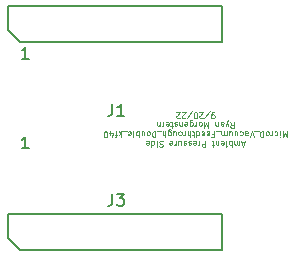
<source format=gto>
G04 #@! TF.GenerationSoftware,KiCad,Pcbnew,(6.0.5)*
G04 #@! TF.CreationDate,2022-09-27T11:09:55-06:00*
G04 #@! TF.ProjectId,Double_MicroD_25_Gateway,446f7562-6c65-45f4-9d69-63726f445f32,rev?*
G04 #@! TF.SameCoordinates,Original*
G04 #@! TF.FileFunction,Legend,Top*
G04 #@! TF.FilePolarity,Positive*
%FSLAX46Y46*%
G04 Gerber Fmt 4.6, Leading zero omitted, Abs format (unit mm)*
G04 Created by KiCad (PCBNEW (6.0.5)) date 2022-09-27 11:09:55*
%MOMM*%
%LPD*%
G01*
G04 APERTURE LIST*
%ADD10C,0.125000*%
%ADD11C,0.150000*%
%ADD12C,1.600000*%
%ADD13O,0.920000X0.920000*%
%ADD14C,2.800000*%
G04 APERTURE END LIST*
D10*
X10978571Y-1204166D02*
X10740476Y-1204166D01*
X11026190Y-1061309D02*
X10859523Y-1561309D01*
X10692857Y-1061309D01*
X10526190Y-1061309D02*
X10526190Y-1394642D01*
X10526190Y-1347023D02*
X10502380Y-1370833D01*
X10454761Y-1394642D01*
X10383333Y-1394642D01*
X10335714Y-1370833D01*
X10311904Y-1323214D01*
X10311904Y-1061309D01*
X10311904Y-1323214D02*
X10288095Y-1370833D01*
X10240476Y-1394642D01*
X10169047Y-1394642D01*
X10121428Y-1370833D01*
X10097619Y-1323214D01*
X10097619Y-1061309D01*
X9859523Y-1061309D02*
X9859523Y-1561309D01*
X9859523Y-1370833D02*
X9811904Y-1394642D01*
X9716666Y-1394642D01*
X9669047Y-1370833D01*
X9645238Y-1347023D01*
X9621428Y-1299404D01*
X9621428Y-1156547D01*
X9645238Y-1108928D01*
X9669047Y-1085119D01*
X9716666Y-1061309D01*
X9811904Y-1061309D01*
X9859523Y-1085119D01*
X9407142Y-1061309D02*
X9407142Y-1394642D01*
X9407142Y-1561309D02*
X9430952Y-1537500D01*
X9407142Y-1513690D01*
X9383333Y-1537500D01*
X9407142Y-1561309D01*
X9407142Y-1513690D01*
X8978571Y-1085119D02*
X9026190Y-1061309D01*
X9121428Y-1061309D01*
X9169047Y-1085119D01*
X9192857Y-1132738D01*
X9192857Y-1323214D01*
X9169047Y-1370833D01*
X9121428Y-1394642D01*
X9026190Y-1394642D01*
X8978571Y-1370833D01*
X8954761Y-1323214D01*
X8954761Y-1275595D01*
X9192857Y-1227976D01*
X8740476Y-1394642D02*
X8740476Y-1061309D01*
X8740476Y-1347023D02*
X8716666Y-1370833D01*
X8669047Y-1394642D01*
X8597619Y-1394642D01*
X8550000Y-1370833D01*
X8526190Y-1323214D01*
X8526190Y-1061309D01*
X8359523Y-1394642D02*
X8169047Y-1394642D01*
X8288095Y-1561309D02*
X8288095Y-1132738D01*
X8264285Y-1085119D01*
X8216666Y-1061309D01*
X8169047Y-1061309D01*
X7621428Y-1061309D02*
X7621428Y-1561309D01*
X7430952Y-1561309D01*
X7383333Y-1537500D01*
X7359523Y-1513690D01*
X7335714Y-1466071D01*
X7335714Y-1394642D01*
X7359523Y-1347023D01*
X7383333Y-1323214D01*
X7430952Y-1299404D01*
X7621428Y-1299404D01*
X7121428Y-1061309D02*
X7121428Y-1394642D01*
X7121428Y-1299404D02*
X7097619Y-1347023D01*
X7073809Y-1370833D01*
X7026190Y-1394642D01*
X6978571Y-1394642D01*
X6621428Y-1085119D02*
X6669047Y-1061309D01*
X6764285Y-1061309D01*
X6811904Y-1085119D01*
X6835714Y-1132738D01*
X6835714Y-1323214D01*
X6811904Y-1370833D01*
X6764285Y-1394642D01*
X6669047Y-1394642D01*
X6621428Y-1370833D01*
X6597619Y-1323214D01*
X6597619Y-1275595D01*
X6835714Y-1227976D01*
X6407142Y-1085119D02*
X6359523Y-1061309D01*
X6264285Y-1061309D01*
X6216666Y-1085119D01*
X6192857Y-1132738D01*
X6192857Y-1156547D01*
X6216666Y-1204166D01*
X6264285Y-1227976D01*
X6335714Y-1227976D01*
X6383333Y-1251785D01*
X6407142Y-1299404D01*
X6407142Y-1323214D01*
X6383333Y-1370833D01*
X6335714Y-1394642D01*
X6264285Y-1394642D01*
X6216666Y-1370833D01*
X6002380Y-1085119D02*
X5954761Y-1061309D01*
X5859523Y-1061309D01*
X5811904Y-1085119D01*
X5788095Y-1132738D01*
X5788095Y-1156547D01*
X5811904Y-1204166D01*
X5859523Y-1227976D01*
X5930952Y-1227976D01*
X5978571Y-1251785D01*
X6002380Y-1299404D01*
X6002380Y-1323214D01*
X5978571Y-1370833D01*
X5930952Y-1394642D01*
X5859523Y-1394642D01*
X5811904Y-1370833D01*
X5359523Y-1394642D02*
X5359523Y-1061309D01*
X5573809Y-1394642D02*
X5573809Y-1132738D01*
X5549999Y-1085119D01*
X5502380Y-1061309D01*
X5430952Y-1061309D01*
X5383333Y-1085119D01*
X5359523Y-1108928D01*
X5121428Y-1061309D02*
X5121428Y-1394642D01*
X5121428Y-1299404D02*
X5097619Y-1347023D01*
X5073809Y-1370833D01*
X5026190Y-1394642D01*
X4978571Y-1394642D01*
X4621428Y-1085119D02*
X4669047Y-1061309D01*
X4764285Y-1061309D01*
X4811904Y-1085119D01*
X4835714Y-1132738D01*
X4835714Y-1323214D01*
X4811904Y-1370833D01*
X4764285Y-1394642D01*
X4669047Y-1394642D01*
X4621428Y-1370833D01*
X4597619Y-1323214D01*
X4597619Y-1275595D01*
X4835714Y-1227976D01*
X4026190Y-1085119D02*
X3954761Y-1061309D01*
X3835714Y-1061309D01*
X3788095Y-1085119D01*
X3764285Y-1108928D01*
X3740476Y-1156547D01*
X3740476Y-1204166D01*
X3764285Y-1251785D01*
X3788095Y-1275595D01*
X3835714Y-1299404D01*
X3930952Y-1323214D01*
X3978571Y-1347023D01*
X4002380Y-1370833D01*
X4026190Y-1418452D01*
X4026190Y-1466071D01*
X4002380Y-1513690D01*
X3978571Y-1537499D01*
X3930952Y-1561309D01*
X3811904Y-1561309D01*
X3740476Y-1537499D01*
X3526190Y-1061309D02*
X3526190Y-1394642D01*
X3526190Y-1561309D02*
X3550000Y-1537499D01*
X3526190Y-1513690D01*
X3502380Y-1537499D01*
X3526190Y-1561309D01*
X3526190Y-1513690D01*
X3073809Y-1061309D02*
X3073809Y-1561309D01*
X3073809Y-1085119D02*
X3121428Y-1061309D01*
X3216666Y-1061309D01*
X3264285Y-1085119D01*
X3288095Y-1108928D01*
X3311904Y-1156547D01*
X3311904Y-1299404D01*
X3288095Y-1347023D01*
X3264285Y-1370833D01*
X3216666Y-1394642D01*
X3121428Y-1394642D01*
X3073809Y-1370833D01*
X2645238Y-1085119D02*
X2692857Y-1061309D01*
X2788095Y-1061309D01*
X2835714Y-1085119D01*
X2859523Y-1132738D01*
X2859523Y-1323214D01*
X2835714Y-1370833D01*
X2788095Y-1394642D01*
X2692857Y-1394642D01*
X2645238Y-1370833D01*
X2621428Y-1323214D01*
X2621428Y-1275595D01*
X2859523Y-1227976D01*
X14526190Y-256309D02*
X14526190Y-756309D01*
X14359523Y-399166D01*
X14192857Y-756309D01*
X14192857Y-256309D01*
X13954761Y-256309D02*
X13954761Y-589642D01*
X13954761Y-756309D02*
X13978571Y-732500D01*
X13954761Y-708690D01*
X13930952Y-732500D01*
X13954761Y-756309D01*
X13954761Y-708690D01*
X13502380Y-280119D02*
X13550000Y-256309D01*
X13645238Y-256309D01*
X13692857Y-280119D01*
X13716666Y-303928D01*
X13740476Y-351547D01*
X13740476Y-494404D01*
X13716666Y-542023D01*
X13692857Y-565833D01*
X13645238Y-589642D01*
X13550000Y-589642D01*
X13502380Y-565833D01*
X13288095Y-256309D02*
X13288095Y-589642D01*
X13288095Y-494404D02*
X13264285Y-542023D01*
X13240476Y-565833D01*
X13192857Y-589642D01*
X13145238Y-589642D01*
X12907142Y-256309D02*
X12954761Y-280119D01*
X12978571Y-303928D01*
X13002380Y-351547D01*
X13002380Y-494404D01*
X12978571Y-542023D01*
X12954761Y-565833D01*
X12907142Y-589642D01*
X12835714Y-589642D01*
X12788095Y-565833D01*
X12764285Y-542023D01*
X12740476Y-494404D01*
X12740476Y-351547D01*
X12764285Y-303928D01*
X12788095Y-280119D01*
X12835714Y-256309D01*
X12907142Y-256309D01*
X12526190Y-256309D02*
X12526190Y-756309D01*
X12407142Y-756309D01*
X12335714Y-732500D01*
X12288095Y-684880D01*
X12264285Y-637261D01*
X12240476Y-542023D01*
X12240476Y-470595D01*
X12264285Y-375357D01*
X12288095Y-327738D01*
X12335714Y-280119D01*
X12407142Y-256309D01*
X12526190Y-256309D01*
X12145238Y-208690D02*
X11764285Y-208690D01*
X11716666Y-756309D02*
X11550000Y-256309D01*
X11383333Y-756309D01*
X11002380Y-256309D02*
X11002380Y-518214D01*
X11026190Y-565833D01*
X11073809Y-589642D01*
X11169047Y-589642D01*
X11216666Y-565833D01*
X11002380Y-280119D02*
X11050000Y-256309D01*
X11169047Y-256309D01*
X11216666Y-280119D01*
X11240476Y-327738D01*
X11240476Y-375357D01*
X11216666Y-422976D01*
X11169047Y-446785D01*
X11050000Y-446785D01*
X11002380Y-470595D01*
X10550000Y-280119D02*
X10597619Y-256309D01*
X10692857Y-256309D01*
X10740476Y-280119D01*
X10764285Y-303928D01*
X10788095Y-351547D01*
X10788095Y-494404D01*
X10764285Y-542023D01*
X10740476Y-565833D01*
X10692857Y-589642D01*
X10597619Y-589642D01*
X10550000Y-565833D01*
X10121428Y-589642D02*
X10121428Y-256309D01*
X10335714Y-589642D02*
X10335714Y-327738D01*
X10311904Y-280119D01*
X10264285Y-256309D01*
X10192857Y-256309D01*
X10145238Y-280119D01*
X10121428Y-303928D01*
X9669047Y-589642D02*
X9669047Y-256309D01*
X9883333Y-589642D02*
X9883333Y-327738D01*
X9859523Y-280119D01*
X9811904Y-256309D01*
X9740476Y-256309D01*
X9692857Y-280119D01*
X9669047Y-303928D01*
X9430952Y-256309D02*
X9430952Y-589642D01*
X9430952Y-542023D02*
X9407142Y-565833D01*
X9359523Y-589642D01*
X9288095Y-589642D01*
X9240476Y-565833D01*
X9216666Y-518214D01*
X9216666Y-256309D01*
X9216666Y-518214D02*
X9192857Y-565833D01*
X9145238Y-589642D01*
X9073809Y-589642D01*
X9026190Y-565833D01*
X9002380Y-518214D01*
X9002380Y-256309D01*
X8883333Y-208690D02*
X8502380Y-208690D01*
X8216666Y-518214D02*
X8383333Y-518214D01*
X8383333Y-256309D02*
X8383333Y-756309D01*
X8145238Y-756309D01*
X7764285Y-280119D02*
X7811904Y-256309D01*
X7907142Y-256309D01*
X7954761Y-280119D01*
X7978571Y-327738D01*
X7978571Y-518214D01*
X7954761Y-565833D01*
X7907142Y-589642D01*
X7811904Y-589642D01*
X7764285Y-565833D01*
X7740476Y-518214D01*
X7740476Y-470595D01*
X7978571Y-422976D01*
X7335714Y-280119D02*
X7383333Y-256309D01*
X7478571Y-256309D01*
X7526190Y-280119D01*
X7550000Y-327738D01*
X7550000Y-518214D01*
X7526190Y-565833D01*
X7478571Y-589642D01*
X7383333Y-589642D01*
X7335714Y-565833D01*
X7311904Y-518214D01*
X7311904Y-470595D01*
X7550000Y-422976D01*
X6883333Y-256309D02*
X6883333Y-756309D01*
X6883333Y-280119D02*
X6930952Y-256309D01*
X7026190Y-256309D01*
X7073809Y-280119D01*
X7097619Y-303928D01*
X7121428Y-351547D01*
X7121428Y-494404D01*
X7097619Y-542023D01*
X7073809Y-565833D01*
X7026190Y-589642D01*
X6930952Y-589642D01*
X6883333Y-565833D01*
X6716666Y-589642D02*
X6526190Y-589642D01*
X6645238Y-756309D02*
X6645238Y-327738D01*
X6621428Y-280119D01*
X6573809Y-256309D01*
X6526190Y-256309D01*
X6359523Y-256309D02*
X6359523Y-756309D01*
X6145238Y-256309D02*
X6145238Y-518214D01*
X6169047Y-565833D01*
X6216666Y-589642D01*
X6288095Y-589642D01*
X6335714Y-565833D01*
X6359523Y-542023D01*
X5907142Y-256309D02*
X5907142Y-589642D01*
X5907142Y-494404D02*
X5883333Y-542023D01*
X5859523Y-565833D01*
X5811904Y-589642D01*
X5764285Y-589642D01*
X5526190Y-256309D02*
X5573809Y-280119D01*
X5597619Y-303928D01*
X5621428Y-351547D01*
X5621428Y-494404D01*
X5597619Y-542023D01*
X5573809Y-565833D01*
X5526190Y-589642D01*
X5454761Y-589642D01*
X5407142Y-565833D01*
X5383333Y-542023D01*
X5359523Y-494404D01*
X5359523Y-351547D01*
X5383333Y-303928D01*
X5407142Y-280119D01*
X5454761Y-256309D01*
X5526190Y-256309D01*
X4930952Y-589642D02*
X4930952Y-256309D01*
X5145238Y-589642D02*
X5145238Y-327738D01*
X5121428Y-280119D01*
X5073809Y-256309D01*
X5002380Y-256309D01*
X4954761Y-280119D01*
X4930952Y-303928D01*
X4478571Y-589642D02*
X4478571Y-184880D01*
X4502380Y-137261D01*
X4526190Y-113452D01*
X4573809Y-89642D01*
X4645238Y-89642D01*
X4692857Y-113452D01*
X4478571Y-280119D02*
X4526190Y-256309D01*
X4621428Y-256309D01*
X4669047Y-280119D01*
X4692857Y-303928D01*
X4716666Y-351547D01*
X4716666Y-494404D01*
X4692857Y-542023D01*
X4669047Y-565833D01*
X4621428Y-589642D01*
X4526190Y-589642D01*
X4478571Y-565833D01*
X4240476Y-256309D02*
X4240476Y-756309D01*
X4026190Y-256309D02*
X4026190Y-518214D01*
X4050000Y-565833D01*
X4097619Y-589642D01*
X4169047Y-589642D01*
X4216666Y-565833D01*
X4240476Y-542023D01*
X3907142Y-208690D02*
X3526190Y-208690D01*
X3407142Y-256309D02*
X3407142Y-756309D01*
X3288095Y-756309D01*
X3216666Y-732499D01*
X3169047Y-684880D01*
X3145238Y-637261D01*
X3121428Y-542023D01*
X3121428Y-470595D01*
X3145238Y-375357D01*
X3169047Y-327738D01*
X3216666Y-280119D01*
X3288095Y-256309D01*
X3407142Y-256309D01*
X2835714Y-256309D02*
X2883333Y-280119D01*
X2907142Y-303928D01*
X2930952Y-351547D01*
X2930952Y-494404D01*
X2907142Y-542023D01*
X2883333Y-565833D01*
X2835714Y-589642D01*
X2764285Y-589642D01*
X2716666Y-565833D01*
X2692857Y-542023D01*
X2669047Y-494404D01*
X2669047Y-351547D01*
X2692857Y-303928D01*
X2716666Y-280119D01*
X2764285Y-256309D01*
X2835714Y-256309D01*
X2240476Y-589642D02*
X2240476Y-256309D01*
X2454761Y-589642D02*
X2454761Y-327738D01*
X2430952Y-280119D01*
X2383333Y-256309D01*
X2311904Y-256309D01*
X2264285Y-280119D01*
X2240476Y-303928D01*
X2002380Y-256309D02*
X2002380Y-756309D01*
X2002380Y-565833D02*
X1954761Y-589642D01*
X1859523Y-589642D01*
X1811904Y-565833D01*
X1788095Y-542023D01*
X1764285Y-494404D01*
X1764285Y-351547D01*
X1788095Y-303928D01*
X1811904Y-280119D01*
X1859523Y-256309D01*
X1954761Y-256309D01*
X2002380Y-280119D01*
X1478571Y-256309D02*
X1526190Y-280119D01*
X1550000Y-327738D01*
X1550000Y-756309D01*
X1097619Y-280119D02*
X1145238Y-256309D01*
X1240476Y-256309D01*
X1288095Y-280119D01*
X1311904Y-327738D01*
X1311904Y-518214D01*
X1288095Y-565833D01*
X1240476Y-589642D01*
X1145238Y-589642D01*
X1097619Y-565833D01*
X1073809Y-518214D01*
X1073809Y-470595D01*
X1311904Y-422976D01*
X978571Y-208690D02*
X597619Y-208690D01*
X478571Y-256309D02*
X478571Y-756309D01*
X430952Y-446785D02*
X288095Y-256309D01*
X288095Y-589642D02*
X478571Y-399166D01*
X145238Y-589642D02*
X-45238Y-589642D01*
X73809Y-256309D02*
X73809Y-684880D01*
X50000Y-732499D01*
X2380Y-756309D01*
X-45238Y-756309D01*
X-426190Y-589642D02*
X-426190Y-256309D01*
X-307142Y-780119D02*
X-188095Y-422976D01*
X-497619Y-422976D01*
X-783333Y-756309D02*
X-830952Y-756309D01*
X-878571Y-732499D01*
X-902380Y-708690D01*
X-926190Y-661071D01*
X-949999Y-565833D01*
X-949999Y-446785D01*
X-926190Y-351547D01*
X-902380Y-303928D01*
X-878571Y-280119D01*
X-830952Y-256309D01*
X-783333Y-256309D01*
X-735714Y-280119D01*
X-711904Y-303928D01*
X-688095Y-351547D01*
X-664285Y-446785D01*
X-664285Y-565833D01*
X-688095Y-661071D01*
X-711904Y-708690D01*
X-735714Y-732499D01*
X-783333Y-756309D01*
X9752380Y548690D02*
X9919047Y310595D01*
X10038095Y548690D02*
X10038095Y48690D01*
X9847619Y48690D01*
X9800000Y72499D01*
X9776190Y96309D01*
X9752380Y143928D01*
X9752380Y215357D01*
X9776190Y262976D01*
X9800000Y286785D01*
X9847619Y310595D01*
X10038095Y310595D01*
X9585714Y215357D02*
X9466666Y548690D01*
X9347619Y215357D02*
X9466666Y548690D01*
X9514285Y667738D01*
X9538095Y691547D01*
X9585714Y715357D01*
X8942857Y548690D02*
X8942857Y286785D01*
X8966666Y239166D01*
X9014285Y215357D01*
X9109523Y215357D01*
X9157142Y239166D01*
X8942857Y524880D02*
X8990476Y548690D01*
X9109523Y548690D01*
X9157142Y524880D01*
X9180952Y477261D01*
X9180952Y429642D01*
X9157142Y382023D01*
X9109523Y358214D01*
X8990476Y358214D01*
X8942857Y334404D01*
X8704761Y215357D02*
X8704761Y548690D01*
X8704761Y262976D02*
X8680952Y239166D01*
X8633333Y215357D01*
X8561904Y215357D01*
X8514285Y239166D01*
X8490476Y286785D01*
X8490476Y548690D01*
X7871428Y548690D02*
X7871428Y48690D01*
X7704761Y405833D01*
X7538095Y48690D01*
X7538095Y548690D01*
X7228571Y548690D02*
X7276190Y524880D01*
X7300000Y501071D01*
X7323809Y453452D01*
X7323809Y310595D01*
X7300000Y262976D01*
X7276190Y239166D01*
X7228571Y215357D01*
X7157142Y215357D01*
X7109523Y239166D01*
X7085714Y262976D01*
X7061904Y310595D01*
X7061904Y453452D01*
X7085714Y501071D01*
X7109523Y524880D01*
X7157142Y548690D01*
X7228571Y548690D01*
X6847619Y548690D02*
X6847619Y215357D01*
X6847619Y310595D02*
X6823809Y262976D01*
X6800000Y239166D01*
X6752380Y215357D01*
X6704761Y215357D01*
X6323809Y215357D02*
X6323809Y620119D01*
X6347619Y667738D01*
X6371428Y691547D01*
X6419047Y715357D01*
X6490476Y715357D01*
X6538095Y691547D01*
X6323809Y524880D02*
X6371428Y548690D01*
X6466666Y548690D01*
X6514285Y524880D01*
X6538095Y501071D01*
X6561904Y453452D01*
X6561904Y310595D01*
X6538095Y262976D01*
X6514285Y239166D01*
X6466666Y215357D01*
X6371428Y215357D01*
X6323809Y239166D01*
X5895238Y524880D02*
X5942857Y548690D01*
X6038095Y548690D01*
X6085714Y524880D01*
X6109523Y477261D01*
X6109523Y286785D01*
X6085714Y239166D01*
X6038095Y215357D01*
X5942857Y215357D01*
X5895238Y239166D01*
X5871428Y286785D01*
X5871428Y334404D01*
X6109523Y382023D01*
X5657142Y215357D02*
X5657142Y548690D01*
X5657142Y262976D02*
X5633333Y239166D01*
X5585714Y215357D01*
X5514285Y215357D01*
X5466666Y239166D01*
X5442857Y286785D01*
X5442857Y548690D01*
X5228571Y524880D02*
X5180952Y548690D01*
X5085714Y548690D01*
X5038095Y524880D01*
X5014285Y477261D01*
X5014285Y453452D01*
X5038095Y405833D01*
X5085714Y382023D01*
X5157142Y382023D01*
X5204761Y358214D01*
X5228571Y310595D01*
X5228571Y286785D01*
X5204761Y239166D01*
X5157142Y215357D01*
X5085714Y215357D01*
X5038095Y239166D01*
X4871428Y215357D02*
X4680952Y215357D01*
X4800000Y48690D02*
X4800000Y477261D01*
X4776190Y524880D01*
X4728571Y548690D01*
X4680952Y548690D01*
X4323809Y524880D02*
X4371428Y548690D01*
X4466666Y548690D01*
X4514285Y524880D01*
X4538095Y477261D01*
X4538095Y286785D01*
X4514285Y239166D01*
X4466666Y215357D01*
X4371428Y215357D01*
X4323809Y239166D01*
X4300000Y286785D01*
X4300000Y334404D01*
X4538095Y382023D01*
X4085714Y548690D02*
X4085714Y215357D01*
X4085714Y310595D02*
X4061904Y262976D01*
X4038095Y239166D01*
X3990476Y215357D01*
X3942857Y215357D01*
X3776190Y215357D02*
X3776190Y548690D01*
X3776190Y262976D02*
X3752380Y239166D01*
X3704761Y215357D01*
X3633333Y215357D01*
X3585714Y239166D01*
X3561904Y286785D01*
X3561904Y548690D01*
X8371428Y1353690D02*
X8276190Y1353690D01*
X8228571Y1329880D01*
X8204761Y1306071D01*
X8157142Y1234642D01*
X8133333Y1139404D01*
X8133333Y948928D01*
X8157142Y901309D01*
X8180952Y877499D01*
X8228571Y853690D01*
X8323809Y853690D01*
X8371428Y877499D01*
X8395238Y901309D01*
X8419047Y948928D01*
X8419047Y1067976D01*
X8395238Y1115595D01*
X8371428Y1139404D01*
X8323809Y1163214D01*
X8228571Y1163214D01*
X8180952Y1139404D01*
X8157142Y1115595D01*
X8133333Y1067976D01*
X7561904Y829880D02*
X7990476Y1472738D01*
X7419047Y901309D02*
X7395238Y877499D01*
X7347619Y853690D01*
X7228571Y853690D01*
X7180952Y877500D01*
X7157142Y901309D01*
X7133333Y948928D01*
X7133333Y996547D01*
X7157142Y1067976D01*
X7442857Y1353690D01*
X7133333Y1353690D01*
X6823809Y853690D02*
X6776190Y853690D01*
X6728571Y877500D01*
X6704761Y901309D01*
X6680952Y948928D01*
X6657142Y1044166D01*
X6657142Y1163214D01*
X6680952Y1258452D01*
X6704761Y1306071D01*
X6728571Y1329880D01*
X6776190Y1353690D01*
X6823809Y1353690D01*
X6871428Y1329880D01*
X6895238Y1306071D01*
X6919047Y1258452D01*
X6942857Y1163214D01*
X6942857Y1044166D01*
X6919047Y948928D01*
X6895238Y901309D01*
X6871428Y877500D01*
X6823809Y853690D01*
X6085714Y829880D02*
X6514285Y1472738D01*
X5942857Y901309D02*
X5919047Y877500D01*
X5871428Y853690D01*
X5752380Y853690D01*
X5704761Y877500D01*
X5680952Y901309D01*
X5657142Y948928D01*
X5657142Y996547D01*
X5680952Y1067976D01*
X5966666Y1353690D01*
X5657142Y1353690D01*
X5466666Y901309D02*
X5442857Y877500D01*
X5395238Y853690D01*
X5276190Y853690D01*
X5228571Y877500D01*
X5204761Y901309D01*
X5180952Y948928D01*
X5180952Y996547D01*
X5204761Y1067976D01*
X5490476Y1353690D01*
X5180952Y1353690D01*
D11*
X-233333Y2047619D02*
X-233333Y1333333D01*
X-280952Y1190476D01*
X-376190Y1095238D01*
X-519047Y1047619D01*
X-614285Y1047619D01*
X766666Y1047619D02*
X195238Y1047619D01*
X480952Y1047619D02*
X480952Y2047619D01*
X385714Y1904761D01*
X290476Y1809523D01*
X195238Y1761904D01*
X-7334285Y5887619D02*
X-7905714Y5887619D01*
X-7620000Y5887619D02*
X-7620000Y6887619D01*
X-7715238Y6744761D01*
X-7810476Y6649523D01*
X-7905714Y6601904D01*
X-233333Y-5552380D02*
X-233333Y-6266666D01*
X-280952Y-6409523D01*
X-376190Y-6504761D01*
X-519047Y-6552380D01*
X-614285Y-6552380D01*
X147619Y-5552380D02*
X766666Y-5552380D01*
X433333Y-5933333D01*
X576190Y-5933333D01*
X671428Y-5980952D01*
X719047Y-6028571D01*
X766666Y-6123809D01*
X766666Y-6361904D01*
X719047Y-6457142D01*
X671428Y-6504761D01*
X576190Y-6552380D01*
X290476Y-6552380D01*
X195238Y-6504761D01*
X147619Y-6457142D01*
X-7334285Y-1712380D02*
X-7905714Y-1712380D01*
X-7620000Y-1712380D02*
X-7620000Y-712380D01*
X-7715238Y-855238D01*
X-7810476Y-950476D01*
X-7905714Y-998095D01*
X9080000Y10310000D02*
X9080000Y7290000D01*
X-9080000Y10310000D02*
X9080000Y10310000D01*
X9080000Y7290000D02*
X-8080000Y7290000D01*
X-8080000Y7290000D02*
X-9080000Y8290000D01*
X-9080000Y8290000D02*
X-9080000Y10310000D01*
X9080000Y-10310000D02*
X-8080000Y-10310000D01*
X-9080000Y-9310000D02*
X-9080000Y-7290000D01*
X-9080000Y-7290000D02*
X9080000Y-7290000D01*
X9080000Y-7290000D02*
X9080000Y-10310000D01*
X-8080000Y-10310000D02*
X-9080000Y-9310000D01*
%LPC*%
D12*
X18000000Y0D02*
G75*
G03*
X18000000Y0I-18000000J0D01*
G01*
D13*
X-7620000Y4350000D03*
X-6350000Y4350000D03*
X-5080000Y4350000D03*
X-3810000Y4350000D03*
X-2540000Y4350000D03*
X-1270000Y4350000D03*
X0Y4350000D03*
X1270000Y4350000D03*
X2540000Y4350000D03*
X3810000Y4350000D03*
X5080000Y4350000D03*
X6350000Y4350000D03*
X7620000Y4350000D03*
X-6985000Y3250000D03*
X-5715000Y3250000D03*
X-4445000Y3250000D03*
X-3175000Y3250000D03*
X-1905000Y3250000D03*
X-635000Y3250000D03*
X635000Y3250000D03*
X1905000Y3250000D03*
X3175000Y3250000D03*
X4445000Y3250000D03*
X5715000Y3250000D03*
X6985000Y3250000D03*
D14*
X-12275000Y3860000D03*
X12275000Y3800000D03*
D13*
X-7620000Y-3250000D03*
X-6350000Y-3250000D03*
X-5080000Y-3250000D03*
X-3810000Y-3250000D03*
X-2540000Y-3250000D03*
X-1270000Y-3250000D03*
X0Y-3250000D03*
X1270000Y-3250000D03*
X2540000Y-3250000D03*
X3810000Y-3250000D03*
X5080000Y-3250000D03*
X6350000Y-3250000D03*
X7620000Y-3250000D03*
X-6985000Y-4350000D03*
X-5715000Y-4350000D03*
X-4445000Y-4350000D03*
X-3175000Y-4350000D03*
X-1905000Y-4350000D03*
X-635000Y-4350000D03*
X635000Y-4350000D03*
X1905000Y-4350000D03*
X3175000Y-4350000D03*
X4445000Y-4350000D03*
X5715000Y-4350000D03*
X6985000Y-4350000D03*
D14*
X12275000Y-3800000D03*
X-12275000Y-3740000D03*
D13*
X-7620000Y8250000D03*
X-6350000Y8250000D03*
X-5080000Y8250000D03*
X-3810000Y8250000D03*
X-2540000Y8250000D03*
X-1270000Y8250000D03*
X0Y8250000D03*
X1270000Y8250000D03*
X2540000Y8250000D03*
X3810000Y8250000D03*
X5080000Y8250000D03*
X6350000Y8250000D03*
X7620000Y8250000D03*
X-6985000Y9350000D03*
X-5715000Y9350000D03*
X-4445000Y9350000D03*
X-3175000Y9350000D03*
X-1905000Y9350000D03*
X-635000Y9350000D03*
X635000Y9350000D03*
X1905000Y9350000D03*
X3175000Y9350000D03*
X4445000Y9350000D03*
X5715000Y9350000D03*
X6985000Y9350000D03*
X-7620000Y-9350000D03*
X-6350000Y-9350000D03*
X-5080000Y-9350000D03*
X-3810000Y-9350000D03*
X-2540000Y-9350000D03*
X-1270000Y-9350000D03*
X0Y-9350000D03*
X1270000Y-9350000D03*
X2540000Y-9350000D03*
X3810000Y-9350000D03*
X5080000Y-9350000D03*
X6350000Y-9350000D03*
X7620000Y-9350000D03*
X-6985000Y-8250000D03*
X-5715000Y-8250000D03*
X-4445000Y-8250000D03*
X-3175000Y-8250000D03*
X-1905000Y-8250000D03*
X-635000Y-8250000D03*
X635000Y-8250000D03*
X1905000Y-8250000D03*
X3175000Y-8250000D03*
X4445000Y-8250000D03*
X5715000Y-8250000D03*
X6985000Y-8250000D03*
M02*

</source>
